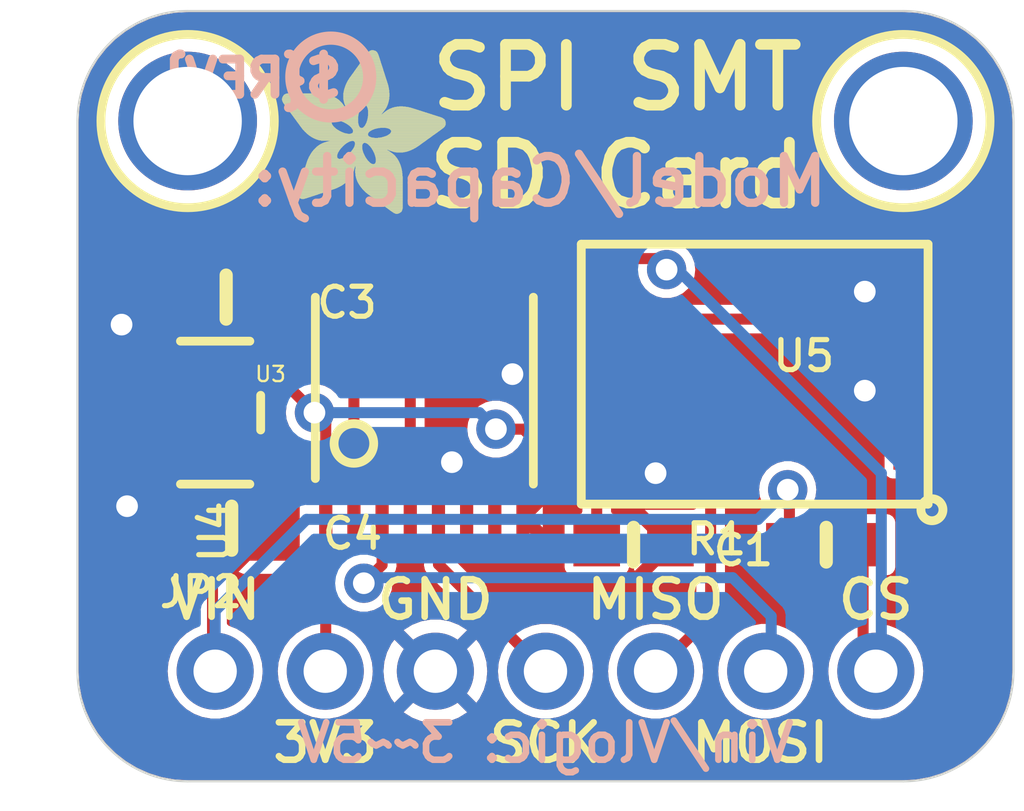
<source format=kicad_pcb>
(kicad_pcb (version 20221018) (generator pcbnew)
  (layers (0 "F.Cu" signal) (31 "B.Cu" signal) (34 "B.Paste" user) (35 "F.Paste" user) (36 "B.SilkS" user "B.Silkscreen") (37 "F.SilkS" user "F.Silkscreen") (38 "B.Mask" user) (39 "F.Mask" user) (44 "Edge.Cuts" user))
  (net 0 "")
  (net 1 "GND")
  (net 2 "SCK_3.3V")
  (net 3 "MOSI_3.3V")
  (net 4 "MISO_3.3V")
  (net 5 "SSEL_3.3V")
  (net 6 "SCK")
  (net 7 "MOSI")
  (net 8 "SS")
  (net 9 "3.3V")
  (net 10 "VIN")
  (footprint "working:0805-NO" (layer "F.Cu") (at 141.2621 108.0516)
    (fp_text reference "C4" (at 2.032 0.127) (layer "F.SilkS") (effects (font (size 0.692831 0.692831) (thickness 0.119969)) (justify left)))
    (fp_text value "10uF")
    (pad "1" smd rect (at -0.95 0) (size 1.24 1.5) (layers "F.Cu" "F.Paste" "F.Mask") (net 10 "VIN"))
    (pad "2" smd rect (at 0.95 0) (size 1.24 1.5) (layers "F.Cu" "F.Paste" "F.Mask") (net 1 "GND"))
  )
  (footprint "working:LGA8_8X6" (layer "F.Cu") (at 153.3271 104.4956 180)
    (fp_text reference "U5" (at -1.905 0.419) (layer "F.SilkS") (effects (font (size 0.692831 0.692831) (thickness 0.119969)) (justify right)))
    (fp_text value "XTSD")
    (pad "1" smd rect (at -3.8 -1.905 90) (size 0.6 1.2) (layers "F.Cu" "F.Paste" "F.Mask"))
    (pad "2" smd rect (at -3.8 -0.635 90) (size 0.6 1.2) (layers "F.Cu" "F.Paste" "F.Mask") (net 5 "SSEL_3.3V"))
    (pad "3" smd rect (at -3.8 0.635 90) (size 0.6 1.2) (layers "F.Cu" "F.Paste" "F.Mask") (net 2 "SCK_3.3V"))
    (pad "4" smd rect (at -3.8 1.905 90) (size 0.6 1.2) (layers "F.Cu" "F.Paste" "F.Mask") (net 1 "GND"))
    (pad "5" smd rect (at 3.8 1.905 90) (size 0.6 1.2) (layers "F.Cu" "F.Paste" "F.Mask") (net 3 "MOSI_3.3V"))
    (pad "6" smd rect (at 3.8 0.635 90) (size 0.6 1.2) (layers "F.Cu" "F.Paste" "F.Mask") (net 4 "MISO_3.3V"))
    (pad "7" smd rect (at 3.8 -0.635 90) (size 0.6 1.2) (layers "F.Cu" "F.Paste" "F.Mask"))
    (pad "8" smd rect (at 3.8 -1.905 90) (size 0.6 1.2) (layers "F.Cu" "F.Paste" "F.Mask") (net 9 "3.3V"))
  )
  (footprint "working:FIDUCIAL_1MM" (layer "F.Cu") (at 138.5951 101.3206)
    (fp_text reference "FID2" hide)
    (fp_text value "FIDUCIAL_1MM" hide)
    (pad "1" smd roundrect (at 0 0) (size 1 1) (layers "F.Cu" "F.Mask") (roundrect_rratio 0.5))
  )
  (footprint "working:0603-NO" (layer "F.Cu") (at 150.5331 108.4326)
    (fp_text reference "C1" (at 1.778 0.127) (layer "F.SilkS") (effects (font (size 0.692831 0.692831) (thickness 0.119969)) (justify left)))
    (fp_text value "0.1uF")
    (pad "1" smd rect (at -0.85 0) (size 1.075 1) (layers "F.Cu" "F.Paste" "F.Mask") (net 9 "3.3V"))
    (pad "2" smd rect (at 0.85 0) (size 1.075 1) (layers "F.Cu" "F.Paste" "F.Mask") (net 1 "GND"))
  )
  (footprint "working:0805-NO" (layer "F.Cu") (at 141.1351 102.7176)
    (fp_text reference "C3" (at 2.032 0.127) (layer "F.SilkS") (effects (font (size 0.692831 0.692831) (thickness 0.119969)) (justify left)))
    (fp_text value "10uF")
    (pad "1" smd rect (at -0.95 0) (size 1.24 1.5) (layers "F.Cu" "F.Paste" "F.Mask") (net 1 "GND"))
    (pad "2" smd rect (at 0.95 0) (size 1.24 1.5) (layers "F.Cu" "F.Paste" "F.Mask") (net 9 "3.3V"))
  )
  (footprint "working:ADAFRUIT_3.5MM" (layer "F.Cu") (at 142.4051 100.8126)
    (fp_text reference "U$19" hide)
    (fp_text value "" hide)
  )
  (footprint "working:FIDUCIAL_1MM" (layer "F.Cu") (at 158.1531 109.0676)
    (fp_text reference "FID3" hide)
    (fp_text value "FIDUCIAL_1MM" hide)
    (pad "1" smd roundrect (at 0 0) (size 1 1) (layers "F.Cu" "F.Mask") (roundrect_rratio 0.5))
  )
  (footprint "working:1X07_ROUND_70" (layer "F.Cu") (at 148.5011 111.3536)
    (fp_text reference "JP2" (at -8.9662 -1.8288) (layer "F.SilkS") (effects (font (size 0.692831 0.692831) (thickness 0.119969)) (justify left)))
    (fp_text value "")
    (pad "1" thru_hole circle (at -7.62 0 90) (size 1.778 1.778) (drill 1) (layers "*.Cu" "*.Mask") (net 10 "VIN"))
    (pad "2" thru_hole circle (at -5.08 0 90) (size 1.778 1.778) (drill 1) (layers "*.Cu" "*.Mask") (net 9 "3.3V"))
    (pad "3" thru_hole circle (at -2.54 0 90) (size 1.778 1.778) (drill 1) (layers "*.Cu" "*.Mask") (net 1 "GND"))
    (pad "4" thru_hole circle (at 0 0 90) (size 1.778 1.778) (drill 1) (layers "*.Cu" "*.Mask") (net 6 "SCK"))
    (pad "5" thru_hole circle (at 2.54 0 90) (size 1.778 1.778) (drill 1) (layers "*.Cu" "*.Mask") (net 4 "MISO_3.3V"))
    (pad "6" thru_hole circle (at 5.08 0 90) (size 1.778 1.778) (drill 1) (layers "*.Cu" "*.Mask") (net 7 "MOSI"))
    (pad "7" thru_hole circle (at 7.62 0 90) (size 1.778 1.778) (drill 1) (layers "*.Cu" "*.Mask") (net 8 "SS"))
  )
  (footprint "working:MOUNTINGHOLE_2.5_PLATED" (layer "F.Cu") (at 156.7561 98.6536)
    (fp_text reference "U$17" hide)
    (fp_text value "MOUNTINGHOLE2.5" hide)
    (pad "P$1" thru_hole circle (at 0 0) (size 3.2 3.2) (drill 2.5) (layers "*.Cu" "*.Mask"))
    (zone (net 0) (net_name "") (layer "F.Cu") (connect_pads (clearance 0)) (min_thickness 0.25)
      (keepout (tracks not_allowed) (vias not_allowed) (pads not_allowed) (copperpour not_allowed) (footprints allowed))
      (fill (thermal_gap 0.5) (thermal_bridge_width 0.5))
      (polygon (pts (xy 158.7721 98.6536) (xy 158.75248 98.373027) (xy 158.694004 98.097915) (xy 158.597808 97.833619) (xy 158.465765 97.585283) (xy 158.300446 97.35774) (xy 158.105067 97.15542) (xy 157.883433 96.98226) (xy 157.639856 96.841631) (xy 157.379078 96.73627) (xy 157.106175 96.668228) (xy 156.826457 96.638828) (xy 156.545371 96.648644) (xy 156.268385 96.697484) (xy 156.000893 96.784397) (xy 155.7481 96.907693) (xy 155.514926 97.06497) (xy 155.305911 97.253169) (xy 155.125122 97.468625) (xy 154.976078 97.707145) (xy 154.86168 97.964087) (xy 154.784154 98.23445) (xy 154.745011 98.512971) (xy 154.745011 98.794229) (xy 154.784154 99.07275) (xy 154.86168 99.343113) (xy 154.976078 99.600055) (xy 155.125122 99.838575) (xy 155.305911 100.054031) (xy 155.514926 100.24223) (xy 155.7481 100.399507) (xy 156.000893 100.522803) (xy 156.268385 100.609716) (xy 156.545371 100.658556) (xy 156.826457 100.668372) (xy 157.106175 100.638972) (xy 157.379078 100.57093) (xy 157.639856 100.465569) (xy 157.883433 100.32494) (xy 158.105067 100.15178) (xy 158.300446 99.94946) (xy 158.465765 99.721917) (xy 158.597808 99.473581) (xy 158.694004 99.209285) (xy 158.75248 98.934173)))
      (polygon (pts (xy 156.7401 98.6536) (xy 156.744786 98.664914) (xy 156.7561 98.6696) (xy 156.767414 98.664914) (xy 156.7721 98.6536) (xy 156.767414 98.642286) (xy 156.7561 98.6376) (xy 156.744786 98.642286)))
    )
    (zone (net 0) (net_name "") (layer "B.Cu") (connect_pads (clearance 0)) (min_thickness 0.25)
      (keepout (tracks not_allowed) (vias not_allowed) (pads not_allowed) (copperpour not_allowed) (footprints allowed))
      (fill (thermal_gap 0.5) (thermal_bridge_width 0.5))
      (polygon (pts (xy 158.7721 98.6536) (xy 158.75248 98.373027) (xy 158.694004 98.097915) (xy 158.597808 97.833619) (xy 158.465765 97.585283) (xy 158.300446 97.35774) (xy 158.105067 97.15542) (xy 157.883433 96.98226) (xy 157.639856 96.841631) (xy 157.379078 96.73627) (xy 157.106175 96.668228) (xy 156.826457 96.638828) (xy 156.545371 96.648644) (xy 156.268385 96.697484) (xy 156.000893 96.784397) (xy 155.7481 96.907693) (xy 155.514926 97.06497) (xy 155.305911 97.253169) (xy 155.125122 97.468625) (xy 154.976078 97.707145) (xy 154.86168 97.964087) (xy 154.784154 98.23445) (xy 154.745011 98.512971) (xy 154.745011 98.794229) (xy 154.784154 99.07275) (xy 154.86168 99.343113) (xy 154.976078 99.600055) (xy 155.125122 99.838575) (xy 155.305911 100.054031) (xy 155.514926 100.24223) (xy 155.7481 100.399507) (xy 156.000893 100.522803) (xy 156.268385 100.609716) (xy 156.545371 100.658556) (xy 156.826457 100.668372) (xy 157.106175 100.638972) (xy 157.379078 100.57093) (xy 157.639856 100.465569) (xy 157.883433 100.32494) (xy 158.105067 100.15178) (xy 158.300446 99.94946) (xy 158.465765 99.721917) (xy 158.597808 99.473581) (xy 158.694004 99.209285) (xy 158.75248 98.934173)))
      (polygon (pts (xy 156.7401 98.6536) (xy 156.744786 98.664914) (xy 156.7561 98.6696) (xy 156.767414 98.664914) (xy 156.7721 98.6536) (xy 156.767414 98.642286) (xy 156.7561 98.6376) (xy 156.744786 98.642286)))
    )
  )
  (footprint "working:MOUNTINGHOLE_2.5_PLATED" (layer "F.Cu") (at 140.2461 98.6536)
    (fp_text reference "U$16" hide)
    (fp_text value "MOUNTINGHOLE2.5" hide)
    (pad "P$1" thru_hole circle (at 0 0) (size 3.2 3.2) (drill 2.5) (layers "*.Cu" "*.Mask"))
    (zone (net 0) (net_name "") (layer "F.Cu") (connect_pads (clearance 0)) (min_thickness 0.25)
      (keepout (tracks not_allowed) (vias not_allowed) (pads not_allowed) (copperpour not_allowed) (footprints allowed))
      (fill (thermal_gap 0.5) (thermal_bridge_width 0.5))
      (polygon (pts (xy 142.2621 98.6536) (xy 142.24248 98.373027) (xy 142.184004 98.097915) (xy 142.087808 97.833619) (xy 141.955765 97.585283) (xy 141.790446 97.35774) (xy 141.595067 97.15542) (xy 141.373433 96.98226) (xy 141.129856 96.841631) (xy 140.869078 96.73627) (xy 140.596175 96.668228) (xy 140.316457 96.638828) (xy 140.035371 96.648644) (xy 139.758385 96.697484) (xy 139.490893 96.784397) (xy 139.2381 96.907693) (xy 139.004926 97.06497) (xy 138.795911 97.253169) (xy 138.615122 97.468625) (xy 138.466078 97.707145) (xy 138.35168 97.964087) (xy 138.274154 98.23445) (xy 138.235011 98.512971) (xy 138.235011 98.794229) (xy 138.274154 99.07275) (xy 138.35168 99.343113) (xy 138.466078 99.600055) (xy 138.615122 99.838575) (xy 138.795911 100.054031) (xy 139.004926 100.24223) (xy 139.2381 100.399507) (xy 139.490893 100.522803) (xy 139.758385 100.609716) (xy 140.035371 100.658556) (xy 140.316457 100.668372) (xy 140.596175 100.638972) (xy 140.869078 100.57093) (xy 141.129856 100.465569) (xy 141.373433 100.32494) (xy 141.595067 100.15178) (xy 141.790446 99.94946) (xy 141.955765 99.721917) (xy 142.087808 99.473581) (xy 142.184004 99.209285) (xy 142.24248 98.934173)))
      (polygon (pts (xy 140.2301 98.6536) (xy 140.234786 98.664914) (xy 140.2461 98.6696) (xy 140.257414 98.664914) (xy 140.2621 98.6536) (xy 140.257414 98.642286) (xy 140.2461 98.6376) (xy 140.234786 98.642286)))
    )
    (zone (net 0) (net_name "") (layer "B.Cu") (connect_pads (clearance 0)) (min_thickness 0.25)
      (keepout (tracks not_allowed) (vias not_allowed) (pads not_allowed) (copperpour not_allowed) (footprints allowed))
      (fill (thermal_gap 0.5) (thermal_bridge_width 0.5))
      (polygon (pts (xy 142.2621 98.6536) (xy 142.24248 98.373027) (xy 142.184004 98.097915) (xy 142.087808 97.833619) (xy 141.955765 97.585283) (xy 141.790446 97.35774) (xy 141.595067 97.15542) (xy 141.373433 96.98226) (xy 141.129856 96.841631) (xy 140.869078 96.73627) (xy 140.596175 96.668228) (xy 140.316457 96.638828) (xy 140.035371 96.648644) (xy 139.758385 96.697484) (xy 139.490893 96.784397) (xy 139.2381 96.907693) (xy 139.004926 97.06497) (xy 138.795911 97.253169) (xy 138.615122 97.468625) (xy 138.466078 97.707145) (xy 138.35168 97.964087) (xy 138.274154 98.23445) (xy 138.235011 98.512971) (xy 138.235011 98.794229) (xy 138.274154 99.07275) (xy 138.35168 99.343113) (xy 138.466078 99.600055) (xy 138.615122 99.838575) (xy 138.795911 100.054031) (xy 139.004926 100.24223) (xy 139.2381 100.399507) (xy 139.490893 100.522803) (xy 139.758385 100.609716) (xy 140.035371 100.658556) (xy 140.316457 100.668372) (xy 140.596175 100.638972) (xy 140.869078 100.57093) (xy 141.129856 100.465569) (xy 141.373433 100.32494) (xy 141.595067 100.15178) (xy 141.790446 99.94946) (xy 141.955765 99.721917) (xy 142.087808 99.473581) (xy 142.184004 99.209285) (xy 142.24248 98.934173)))
      (polygon (pts (xy 140.2301 98.6536) (xy 140.234786 98.664914) (xy 140.2461 98.6696) (xy 140.257414 98.664914) (xy 140.2621 98.6536) (xy 140.257414 98.642286) (xy 140.2461 98.6376) (xy 140.234786 98.642286)))
    )
  )
  (footprint "working:SOT23-5" (layer "F.Cu") (at 140.8811 105.3846 -90)
    (fp_text reference "U4" (at 1.978 0 90) (layer "F.SilkS") (effects (font (size 0.692831 0.692831) (thickness 0.119969)) (justify right)))
    (fp_text value "AP2112K-3.3")
    (pad "1" smd rect (at -0.95 1.3001 270) (size 0.55 1.2) (layers "F.Cu" "F.Paste" "F.Mask") (net 10 "VIN"))
    (pad "2" smd rect (at 0 1.3001 270) (size 0.55 1.2) (layers "F.Cu" "F.Paste" "F.Mask") (net 1 "GND"))
    (pad "3" smd rect (at 0.95 1.3001 270) (size 0.55 1.2) (layers "F.Cu" "F.Paste" "F.Mask") (net 10 "VIN"))
    (pad "4" smd rect (at 0.95 -1.3001 270) (size 0.55 1.2) (layers "F.Cu" "F.Paste" "F.Mask"))
    (pad "5" smd rect (at -0.95 -1.3001 270) (size 0.55 1.2) (layers "F.Cu" "F.Paste" "F.Mask") (net 9 "3.3V"))
  )
  (footprint "working:TSSOP16" (layer "F.Cu") (at 145.7071 104.8766)
    (fp_text reference "U3" (at -3.937 -0.381) (layer "F.SilkS") (effects (font (size 0.35308 0.35308) (thickness 0.05332)) (justify left)))
    (fp_text value "74HC4050D")
    (pad "1" smd rect (at -2.275 2.9178) (size 0.3048 0.9906) (layers "F.Cu" "F.Paste" "F.Mask") (net 9 "3.3V"))
    (pad "2" smd rect (at -1.625 2.9178) (size 0.3048 0.9906) (layers "F.Cu" "F.Paste" "F.Mask") (net 3 "MOSI_3.3V"))
    (pad "3" smd rect (at -0.975 2.9178) (size 0.3048 0.9906) (layers "F.Cu" "F.Paste" "F.Mask") (net 7 "MOSI"))
    (pad "4" smd rect (at -0.325 2.9178) (size 0.3048 0.9906) (layers "F.Cu" "F.Paste" "F.Mask") (net 2 "SCK_3.3V"))
    (pad "5" smd rect (at 0.325 2.9178) (size 0.3048 0.9906) (layers "F.Cu" "F.Paste" "F.Mask") (net 6 "SCK"))
    (pad "6" smd rect (at 0.975 2.9178) (size 0.3048 0.9906) (layers "F.Cu" "F.Paste" "F.Mask"))
    (pad "7" smd rect (at 1.625 2.9178) (size 0.3048 0.9906) (layers "F.Cu" "F.Paste" "F.Mask"))
    (pad "8" smd rect (at 2.275 2.9178) (size 0.3048 0.9906) (layers "F.Cu" "F.Paste" "F.Mask") (net 1 "GND"))
    (pad "9" smd rect (at 2.275 -2.9178) (size 0.3048 0.9906) (layers "F.Cu" "F.Paste" "F.Mask") (net 8 "SS"))
    (pad "10" smd rect (at 1.625 -2.9178) (size 0.3048 0.9906) (layers "F.Cu" "F.Paste" "F.Mask") (net 5 "SSEL_3.3V"))
    (pad "11" smd rect (at 0.975 -2.9178) (size 0.3048 0.9906) (layers "F.Cu" "F.Paste" "F.Mask"))
    (pad "12" smd rect (at 0.325 -2.9178) (size 0.3048 0.9906) (layers "F.Cu" "F.Paste" "F.Mask"))
    (pad "13" smd rect (at -0.325 -2.9178) (size 0.3048 0.9906) (layers "F.Cu" "F.Paste" "F.Mask"))
    (pad "14" smd rect (at -0.975 -2.9178) (size 0.3048 0.9906) (layers "F.Cu" "F.Paste" "F.Mask"))
    (pad "15" smd rect (at -1.625 -2.9178) (size 0.3048 0.9906) (layers "F.Cu" "F.Paste" "F.Mask"))
    (pad "16" smd rect (at -2.275 -2.9178) (size 0.3048 0.9906) (layers "F.Cu" "F.Paste" "F.Mask"))
  )
  (footprint "working:0603-NO" (layer "F.Cu") (at 154.9781 108.4326 180)
    (fp_text reference "R1" (at 1.778 0.127) (layer "F.SilkS") (effects (font (size 0.692831 0.692831) (thickness 0.119969)) (justify right)))
    (fp_text value "10K")
    (pad "1" smd rect (at -0.85 0 180) (size 1.075 1) (layers "F.Cu" "F.Paste" "F.Mask") (net 8 "SS"))
    (pad "2" smd rect (at 0.85 0 180) (size 1.075 1) (layers "F.Cu" "F.Paste" "F.Mask") (net 10 "VIN"))
  )
  (footprint "working:PCBFEAT-REV-040" (layer "B.Cu") (at 143.5481 97.6376 180)
    (fp_text reference "U$21" hide)
    (fp_text value "" hide)
    (fp_text user "${REV}" (at -0.3556 -0.508) (layer "B.SilkS") (effects (font (size 0.8128 0.8128) (thickness 0.2032)) (justify left bottom mirror)))
  )
  (gr_arc (start 140.2461 113.8936) (mid 138.450049 113.149651) (end 137.7061 111.3536) (stroke (width 0.05)) (layer "Edge.Cuts"))
  (gr_line (start 156.7561 113.8936) (end 140.2461 113.8936) (stroke (width 0.05)) (layer "Edge.Cuts"))
  (gr_arc (start 156.7561 96.1136) (mid 158.552151 96.857549) (end 159.2961 98.6536) (stroke (width 0.05)) (layer "Edge.Cuts"))
  (gr_line (start 140.2461 96.1136) (end 156.7561 96.1136) (stroke (width 0.05)) (layer "Edge.Cuts"))
  (gr_arc (start 159.2961 111.3536) (mid 158.552151 113.149651) (end 156.7561 113.8936) (stroke (width 0.05)) (layer "Edge.Cuts"))
  (gr_line (start 159.2961 98.6536) (end 159.2961 111.3536) (stroke (width 0.05)) (layer "Edge.Cuts"))
  (gr_arc (start 137.7061 98.6536) (mid 138.450049 96.857549) (end 140.2461 96.1136) (stroke (width 0.05)) (layer "Edge.Cuts"))
  (gr_line (start 137.7061 111.3536) (end 137.7061 98.6536) (stroke (width 0.05)) (layer "Edge.Cuts"))
  (gr_text "Model/Capacity:" (at 148.3741 100.0506) (layer "B.SilkS") (effects (font (size 1.0795 1.0795) (thickness 0.1905)) (justify mirror)))
  (gr_text "Vin/Vlogic: 3~~5V" (at 148.5011 113.0046) (layer "B.SilkS") (effects (font (size 0.8636 0.8636) (thickness 0.1524)) (justify mirror)))
  (gr_text "" (at 150.4061 97.8916) (layer "B.SilkS") (effects (font (size 1.40335 1.40335) (thickness 0.24765)) (justify mirror)))
  (gr_text "MISO" (at 151.0411 109.7026) (layer "F.SilkS") (effects (font (size 0.8636 0.8636) (thickness 0.1524))))
  (gr_text "CS" (at 156.1211 109.7026) (layer "F.SilkS") (effects (font (size 0.8636 0.8636) (thickness 0.1524))))
  (gr_text "MOSI" (at 153.4541 113.0046) (layer "F.SilkS") (effects (font (size 0.8636 0.8636) (thickness 0.1524))))
  (gr_text "SCK" (at 148.5011 113.0046) (layer "F.SilkS") (effects (font (size 0.8636 0.8636) (thickness 0.1524))))
  (gr_text "GND" (at 145.9611 109.7026) (layer "F.SilkS") (effects (font (size 0.8636 0.8636) (thickness 0.1524))))
  (gr_text "3V3" (at 143.4211 113.0046) (layer "F.SilkS") (effects (font (size 0.8636 0.8636) (thickness 0.1524))))
  (gr_text "VIN" (at 140.8811 109.7026) (layer "F.SilkS") (effects (font (size 0.8636 0.8636) (thickness 0.1524))))
  (gr_text "SPI SMT\nSD Card" (at 150.1521 98.7806) (layer "F.SilkS") (effects (font (size 1.40335 1.40335) (thickness 0.24765))))
  (via (at 155.8671 104.8766) (size 0.9064) (drill 0.5) (layers "F.Cu" "B.Cu") (net 1))
  (via (at 138.7221 103.3526) (size 0.9064) (drill 0.5) (layers "F.Cu" "B.Cu") (net 1))
  (via (at 151.0411 106.7816) (size 0.9064) (drill 0.5) (layers "F.Cu" "B.Cu") (net 1))
  (via (at 138.8491 107.5436) (size 0.9064) (drill 0.5) (layers "F.Cu" "B.Cu") (net 1))
  (via (at 146.3421 106.5276) (size 0.9064) (drill 0.5) (layers "F.Cu" "B.Cu") (net 1))
  (via (at 155.8671 102.5906) (size 0.9064) (drill 0.5) (layers "F.Cu" "B.Cu") (net 1))
  (via (at 147.7391 104.4956) (size 0.9064) (drill 0.5) (layers "F.Cu" "B.Cu") (net 1))
  (segment (start 145.3821 104.5666) (end 146.5199 103.4288) (width 0.254) (layer "F.Cu") (net 2))
  (segment (start 146.5199 103.4288) (end 148.446481 103.4288) (width 0.254) (layer "F.Cu") (net 2))
  (segment (start 148.446481 103.4288) (end 148.649681 103.2256) (width 0.254) (layer "F.Cu") (net 2))
  (segment (start 155.1051 103.2256) (end 155.7401 103.8606) (width 0.254) (layer "F.Cu") (net 2))
  (segment (start 145.3821 107.7944) (end 145.3821 104.5666) (width 0.254) (layer "F.Cu") (net 2))
  (segment (start 155.7401 103.8606) (end 157.1271 103.8606) (width 0.254) (layer "F.Cu") (net 2))
  (segment (start 148.649681 103.2256) (end 155.1051 103.2256) (width 0.254) (layer "F.Cu") (net 2))
  (segment (start 148.6381 102.5906) (end 148.2571 102.9716) (width 0.254) (layer "F.Cu") (net 3))
  (segment (start 144.0821 104.3426) (end 145.4531 102.9716) (width 0.254) (layer "F.Cu") (net 3))
  (segment (start 144.0821 107.7944) (end 144.0821 104.3426) (width 0.254) (layer "F.Cu") (net 3))
  (segment (start 145.4531 102.9716) (end 148.2571 102.9716) (width 0.254) (layer "F.Cu") (net 3))
  (segment (start 148.6381 102.5906) (end 149.5271 102.5906) (width 0.254) (layer "F.Cu") (net 3))
  (segment (start 152.3111 110.0836) (end 151.0411 111.3536) (width 0.254) (layer "F.Cu") (net 4))
  (segment (start 149.5271 103.8606) (end 151.5491 103.8606) (width 0.254) (layer "F.Cu") (net 4))
  (segment (start 152.3111 104.6226) (end 152.3111 110.0836) (width 0.254) (layer "F.Cu") (net 4))
  (segment (start 151.5491 103.8606) (end 152.3111 104.6226) (width 0.254) (layer "F.Cu") (net 4))
  (segment (start 147.3321 101.4736) (end 147.3321 101.9588) (width 0.254) (layer "F.Cu") (net 5))
  (segment (start 153.7081 100.9396) (end 147.8661 100.9396) (width 0.254) (layer "F.Cu") (net 5))
  (segment (start 147.8661 100.9396) (end 147.3321 101.4736) (width 0.254) (layer "F.Cu") (net 5))
  (segment (start 158.4071 101.7016) (end 158.2801 101.5746) (width 0.254) (layer "F.Cu") (net 5))
  (segment (start 158.0261 105.1306) (end 158.4071 104.7496) (width 0.254) (layer "F.Cu") (net 5))
  (segment (start 154.3431 101.5746) (end 153.7081 100.9396) (width 0.254) (layer "F.Cu") (net 5))
  (segment (start 158.2801 101.5746) (end 154.3431 101.5746) (width 0.254) (layer "F.Cu") (net 5))
  (segment (start 157.1271 105.1306) (end 158.0261 105.1306) (width 0.254) (layer "F.Cu") (net 5))
  (segment (start 158.4071 104.7496) (end 158.4071 101.7016) (width 0.254) (layer "F.Cu") (net 5))
  (segment (start 148.5011 111.3536) (end 146.0321 108.8846) (width 0.254) (layer "F.Cu") (net 6))
  (segment (start 146.0321 108.8846) (end 146.0321 107.7944) (width 0.254) (layer "F.Cu") (net 6))
  (segment (start 144.3101 109.3216) (end 144.7321 108.8996) (width 0.254) (layer "F.Cu") (net 7))
  (segment (start 144.7321 108.8996) (end 144.7321 107.7944) (width 0.254) (layer "F.Cu") (net 7))
  (via (at 144.3101 109.3216) (size 0.9064) (drill 0.5) (layers "F.Cu" "B.Cu") (net 7))
  (segment (start 153.5811 111.3536) (end 153.7081 111.2266) (width 0.254) (layer "B.Cu") (net 7))
  (segment (start 144.4371 109.1946) (end 144.3101 109.3216) (width 0.254) (layer "B.Cu") (net 7))
  (segment (start 153.7081 110.0836) (end 153.7081 111.2266) (width 0.254) (layer "B.Cu") (net 7))
  (segment (start 153.7081 110.0836) (end 152.8191 109.1946) (width 0.254) (layer "B.Cu") (net 7))
  (segment (start 152.8191 109.1946) (end 144.4371 109.1946) (width 0.254) (layer "B.Cu") (net 7))
  (segment (start 155.8281 110.8066) (end 155.8281 108.4326) (width 0.254) (layer "F.Cu") (net 8))
  (segment (start 147.9821 101.9588) (end 148.1123 101.8286) (width 0.254) (layer "F.Cu") (net 8))
  (segment (start 151.0411 101.8286) (end 148.1123 101.8286) (width 0.254) (layer "F.Cu") (net 8))
  (segment (start 156.1211 111.3536) (end 156.2481 111.2266) (width 0.254) (layer "F.Cu") (net 8))
  (segment (start 156.2481 111.2266) (end 155.8281 110.8066) (width 0.254) (layer "F.Cu") (net 8))
  (segment (start 151.2951 102.0826) (end 151.0411 101.8286) (width 0.254) (layer "F.Cu") (net 8))
  (via (at 151.2951 102.0826) (size 0.9064) (drill 0.5) (layers "F.Cu" "B.Cu") (net 8))
  (segment (start 156.1211 111.3536) (end 156.2481 111.2266) (width 0.254) (layer "B.Cu") (net 8))
  (segment (start 156.2481 106.7816) (end 156.2481 111.2266) (width 0.254) (layer "B.Cu") (net 8))
  (segment (start 156.2481 106.7816) (end 151.5491 102.0826) (width 0.254) (layer "B.Cu") (net 8))
  (segment (start 151.5491 102.0826) (end 151.2951 102.0826) (width 0.254) (layer "B.Cu") (net 8))
  (segment (start 142.1812 102.8137) (end 142.1812 104.4346) (width 0.254) (layer "F.Cu") (net 9))
  (segment (start 142.1812 104.4346) (end 142.2217 104.4346) (width 0.254) (layer "F.Cu") (net 9))
  (segment (start 147.9931 105.7656) (end 147.3581 105.7656) (width 0.254) (layer "F.Cu") (net 9))
  (segment (start 143.4321 111.3426) (end 143.4211 111.3536) (width 0.254) (layer "F.Cu") (net 9))
  (segment (start 142.0851 102.7176) (end 142.1812 102.8137) (width 0.254) (layer "F.Cu") (net 9))
  (segment (start 149.6831 106.5566) (end 149.6831 108.4326) (width 0.254) (layer "F.Cu") (net 9))
  (segment (start 149.5271 106.4006) (end 148.6281 106.4006) (width 0.254) (layer "F.Cu") (net 9))
  (segment (start 143.4321 107.7944) (end 143.4321 105.645) (width 0.254) (layer "F.Cu") (net 9))
  (segment (start 148.6281 106.4006) (end 147.9931 105.7656) (width 0.254) (layer "F.Cu") (net 9))
  (segment (start 143.4321 105.645) (end 143.1717 105.3846) (width 0.254) (layer "F.Cu") (net 9))
  (segment (start 143.4321 107.7944) (end 143.4321 111.3426) (width 0.254) (layer "F.Cu") (net 9))
  (segment (start 142.2217 104.4346) (end 143.1717 105.3846) (width 0.254) (layer "F.Cu") (net 9))
  (segment (start 149.5271 106.4006) (end 149.6831 106.5566) (width 0.254) (layer "F.Cu") (net 9))
  (via (at 143.1717 105.3846) (size 0.9064) (drill 0.5) (layers "F.Cu" "B.Cu") (net 9))
  (via (at 147.3581 105.7656) (size 0.9064) (drill 0.5) (layers "F.Cu" "B.Cu") (net 9))
  (segment (start 147.3581 105.7656) (end 146.9771 105.3846) (width 0.254) (layer "B.Cu") (net 9))
  (segment (start 146.9771 105.3846) (end 143.1717 105.3846) (width 0.254) (layer "B.Cu") (net 9))
  (segment (start 140.3121 107.0657) (end 140.3121 108.0516) (width 0.254) (layer "F.Cu") (net 10))
  (segment (start 140.1851 104.4346) (end 140.6271 104.8766) (width 0.254) (layer "F.Cu") (net 10))
  (segment (start 154.1281 107.2016) (end 154.0891 107.1626) (width 0.254) (layer "F.Cu") (net 10))
  (segment (start 154.1281 108.4326) (end 154.1281 107.2016) (width 0.254) (layer "F.Cu") (net 10))
  (segment (start 140.3121 106.3346) (end 139.581 106.3346) (width 0.254) (layer "F.Cu") (net 10))
  (segment (start 139.581 104.4346) (end 140.1851 104.4346) (width 0.254) (layer "F.Cu") (net 10))
  (segment (start 140.6271 106.0196) (end 140.3121 106.3346) (width 0.254) (layer "F.Cu") (net 10))
  (segment (start 140.8201 108.5596) (end 140.8201 111.2926) (width 0.254) (layer "F.Cu") (net 10))
  (segment (start 140.8811 111.3536) (end 140.8201 111.2926) (width 0.254) (layer "F.Cu") (net 10))
  (segment (start 139.581 106.3346) (end 140.3121 107.0657) (width 0.254) (layer "F.Cu") (net 10))
  (segment (start 140.6271 104.8766) (end 140.6271 106.0196) (width 0.254) (layer "F.Cu") (net 10))
  (segment (start 140.8201 108.5596) (end 140.3121 108.0516) (width 0.254) (layer "F.Cu") (net 10))
  (via (at 154.0891 107.1626) (size 0.9064) (drill 0.5) (layers "F.Cu" "B.Cu") (net 10))
  (segment (start 154.0891 107.1626) (end 153.4033 107.8484) (width 0.254) (layer "B.Cu") (net 10))
  (segment (start 142.9893 107.8484) (end 140.8811 109.9566) (width 0.254) (layer "B.Cu") (net 10))
  (segment (start 153.4033 107.8484) (end 142.9893 107.8484) (width 0.254) (layer "B.Cu") (net 10))
  (segment (start 140.8811 109.9566) (end 140.8811 111.3536) (width 0.254) (layer "B.Cu") (net 10))
  (zone (net 1) (net_name "GND") (layer "F.Cu") (priority 6) (connect_pads (clearance 0.000001)) (min_thickness 0.127) (fill yes (thermal_gap 0.304) (thermal_bridge_width 0.304))
    (polygon (pts (xy 159.4231 95.986974) (xy 159.4231 114.0206) (xy 137.5791 114.0206) (xy 137.5791 96.060995) (xy 137.71715 95.922945)))
  )
  (zone (net 1) (net_name "GND") (layer "B.Cu") (priority 6) (connect_pads (clearance 0.000001)) (min_thickness 0.127) (fill yes (thermal_gap 0.304) (thermal_bridge_width 0.304))
    (polygon (pts (xy 159.5501 113.892859) (xy 137.5791 114.021345) (xy 137.5791 95.8596) (xy 159.5501 95.8596)))
  )
)
</source>
